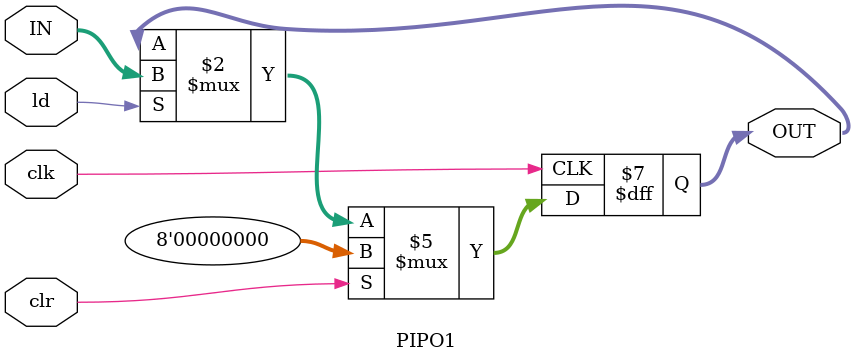
<source format=v>
`timescale 1ns / 1ps


module PIPO1(OUT,IN,clk,ld,clr);

output reg [7:0]OUT;
input [7:0] IN;
input clk,ld,clr;

always @(posedge clk) begin
    if(clr) OUT<=0;
    else if(ld) OUT<=IN;
end

endmodule

</source>
